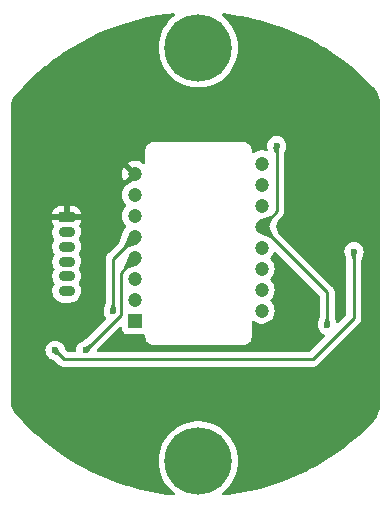
<source format=gbr>
G04 #@! TF.GenerationSoftware,KiCad,Pcbnew,7.0.5-0*
G04 #@! TF.CreationDate,2023-08-21T21:43:47+08:00*
G04 #@! TF.ProjectId,sensor,73656e73-6f72-42e6-9b69-6361645f7063,rev?*
G04 #@! TF.SameCoordinates,PX4d3f640PY69db9c0*
G04 #@! TF.FileFunction,Copper,L1,Top*
G04 #@! TF.FilePolarity,Positive*
%FSLAX46Y46*%
G04 Gerber Fmt 4.6, Leading zero omitted, Abs format (unit mm)*
G04 Created by KiCad (PCBNEW 7.0.5-0) date 2023-08-21 21:43:47*
%MOMM*%
%LPD*%
G01*
G04 APERTURE LIST*
G04 Aperture macros list*
%AMRoundRect*
0 Rectangle with rounded corners*
0 $1 Rounding radius*
0 $2 $3 $4 $5 $6 $7 $8 $9 X,Y pos of 4 corners*
0 Add a 4 corners polygon primitive as box body*
4,1,4,$2,$3,$4,$5,$6,$7,$8,$9,$2,$3,0*
0 Add four circle primitives for the rounded corners*
1,1,$1+$1,$2,$3*
1,1,$1+$1,$4,$5*
1,1,$1+$1,$6,$7*
1,1,$1+$1,$8,$9*
0 Add four rect primitives between the rounded corners*
20,1,$1+$1,$2,$3,$4,$5,0*
20,1,$1+$1,$4,$5,$6,$7,0*
20,1,$1+$1,$6,$7,$8,$9,0*
20,1,$1+$1,$8,$9,$2,$3,0*%
G04 Aperture macros list end*
G04 #@! TA.AperFunction,ComponentPad*
%ADD10C,5.700000*%
G04 #@! TD*
G04 #@! TA.AperFunction,ComponentPad*
%ADD11R,1.200000X1.200000*%
G04 #@! TD*
G04 #@! TA.AperFunction,ComponentPad*
%ADD12C,1.200000*%
G04 #@! TD*
G04 #@! TA.AperFunction,ComponentPad*
%ADD13RoundRect,0.225000X-0.475000X0.225000X-0.475000X-0.225000X0.475000X-0.225000X0.475000X0.225000X0*%
G04 #@! TD*
G04 #@! TA.AperFunction,ComponentPad*
%ADD14O,1.400000X0.900000*%
G04 #@! TD*
G04 #@! TA.AperFunction,ViaPad*
%ADD15C,0.600000*%
G04 #@! TD*
G04 #@! TA.AperFunction,Conductor*
%ADD16C,0.250000*%
G04 #@! TD*
G04 APERTURE END LIST*
D10*
X0Y-17500000D03*
X0Y17500000D03*
D11*
X-5350000Y-5660000D03*
D12*
X-5350000Y-3880000D03*
X-5350000Y-2100000D03*
X-5350000Y-320000D03*
X-5350000Y1460000D03*
X-5350000Y3240000D03*
X-5350000Y5020000D03*
X-5350000Y6800000D03*
X5350000Y7690000D03*
X5350000Y5910000D03*
X5350000Y4130000D03*
X5350000Y2350000D03*
X5350000Y570000D03*
X5350000Y-1210000D03*
X5350000Y-2990000D03*
X5350000Y-4770000D03*
D13*
X-11150000Y3125000D03*
D14*
X-11150000Y1875000D03*
X-11150000Y625000D03*
X-11150000Y-625000D03*
X-11150000Y-1875000D03*
X-11150000Y-3125000D03*
D15*
X-177200Y-10361200D03*
X-12274800Y13598200D03*
X12624400Y11940000D03*
X9322400Y7876000D03*
X13172700Y228600D03*
X-12129500Y-8126000D03*
X-7213000Y-4824000D03*
X-9529500Y-8126000D03*
X10911500Y-6010750D03*
X6630000Y9196800D03*
D16*
X13172700Y-5393300D02*
X9678000Y-8888000D01*
X-12129500Y-8126000D02*
X-11367500Y-8888000D01*
X-11367500Y-8888000D02*
X9678000Y-8888000D01*
X13172700Y228600D02*
X13172700Y-5393300D01*
X-5350000Y1460000D02*
X-7213000Y-403000D01*
X-7213000Y-403000D02*
X-7213000Y-4824000D01*
X-6578000Y-5174500D02*
X-9529500Y-8126000D01*
X-5350000Y-320000D02*
X-6578000Y-1548000D01*
X-6578000Y-1548000D02*
X-6578000Y-5174500D01*
X5350000Y2350000D02*
X10911500Y-3211500D01*
X10911500Y-3211500D02*
X10911500Y-6010750D01*
X6630000Y9196800D02*
X6630000Y3630000D01*
X6630000Y3630000D02*
X5350000Y2350000D01*
G04 #@! TA.AperFunction,Conductor*
G36*
X-2038641Y20396763D02*
G01*
X-1986782Y20348275D01*
X-1969370Y20279447D01*
X-1991934Y20212131D01*
X-2019028Y20183904D01*
X-2177428Y20063491D01*
X-2177455Y20063469D01*
X-2441838Y19813031D01*
X-2677607Y19535462D01*
X-2881983Y19234031D01*
X-2881985Y19234027D01*
X-3052570Y18912267D01*
X-3052574Y18912258D01*
X-3187368Y18573950D01*
X-3284800Y18223035D01*
X-3343716Y17863652D01*
X-3363433Y17500003D01*
X-3363433Y17499998D01*
X-3343716Y17136349D01*
X-3284800Y16776966D01*
X-3207783Y16499578D01*
X-3187368Y16426051D01*
X-3052569Y16087731D01*
X-2987503Y15965004D01*
X-2881985Y15765974D01*
X-2881983Y15765970D01*
X-2677607Y15464539D01*
X-2677608Y15464539D01*
X-2441838Y15186970D01*
X-2177455Y14936532D01*
X-2177440Y14936519D01*
X-1887515Y14716124D01*
X-1575460Y14528366D01*
X-1514993Y14500391D01*
X-1244947Y14375454D01*
X-1244935Y14375449D01*
X-899814Y14259164D01*
X-544143Y14180875D01*
X-182093Y14141500D01*
X-182085Y14141500D01*
X182085Y14141500D01*
X182093Y14141500D01*
X544143Y14180875D01*
X899814Y14259164D01*
X1244935Y14375449D01*
X1575460Y14528366D01*
X1887515Y14716124D01*
X2177440Y14936519D01*
X2441837Y15186969D01*
X2677606Y15464537D01*
X2881982Y15765969D01*
X3052569Y16087731D01*
X3187368Y16426051D01*
X3284798Y16776961D01*
X3343716Y17136349D01*
X3363433Y17500000D01*
X3343716Y17863651D01*
X3284798Y18223039D01*
X3187368Y18573949D01*
X3052569Y18912269D01*
X2881982Y19234031D01*
X2677606Y19535463D01*
X2615264Y19608857D01*
X2441837Y19813031D01*
X2177454Y20063469D01*
X2177439Y20063482D01*
X2135797Y20095137D01*
X2026974Y20177862D01*
X1984850Y20235009D01*
X1980309Y20305860D01*
X2014793Y20367919D01*
X2077355Y20401483D01*
X2116771Y20403438D01*
X2612878Y20349790D01*
X2615429Y20349459D01*
X3475799Y20219199D01*
X3478399Y20218748D01*
X4332400Y20052027D01*
X4334976Y20051466D01*
X5041033Y19882168D01*
X5181100Y19848583D01*
X5183687Y19847904D01*
X6020433Y19609218D01*
X6022949Y19608442D01*
X6741194Y19370092D01*
X6848776Y19334390D01*
X6851301Y19333492D01*
X7664744Y19024564D01*
X7667165Y19023585D01*
X8466749Y18680335D01*
X8469163Y18679237D01*
X9253370Y18302323D01*
X9255760Y18301111D01*
X9616702Y18108324D01*
X10023261Y17891172D01*
X10025567Y17889876D01*
X10400057Y17668888D01*
X10774920Y17447680D01*
X10777199Y17446269D01*
X11507076Y16972601D01*
X11509278Y16971105D01*
X11979714Y16636541D01*
X12218353Y16466826D01*
X12220503Y16465227D01*
X12907483Y15931255D01*
X12909546Y15929581D01*
X13573221Y15366858D01*
X13575211Y15365096D01*
X14116599Y14864964D01*
X14214327Y14774684D01*
X14216243Y14772838D01*
X14829503Y14155950D01*
X14832914Y14152231D01*
X14988361Y13968490D01*
X14993164Y13962015D01*
X15050403Y13873544D01*
X15122907Y13761478D01*
X15126838Y13754454D01*
X15229932Y13539004D01*
X15232940Y13531523D01*
X15307700Y13304693D01*
X15309729Y13296890D01*
X15354938Y13062371D01*
X15355955Y13054372D01*
X15370974Y12814388D01*
X15371097Y12810361D01*
X15371020Y12757373D01*
X15371100Y12756464D01*
X15371100Y-12756519D01*
X15371020Y-12757433D01*
X15371097Y-12809954D01*
X15370974Y-12813981D01*
X15355930Y-13054377D01*
X15354913Y-13062374D01*
X15309710Y-13296887D01*
X15307681Y-13304690D01*
X15232922Y-13531536D01*
X15229915Y-13539016D01*
X15126830Y-13754466D01*
X15122896Y-13761495D01*
X14993169Y-13962032D01*
X14988366Y-13968507D01*
X14833188Y-14151949D01*
X14829767Y-14155679D01*
X14216255Y-14772821D01*
X14214326Y-14774681D01*
X13575210Y-15365092D01*
X13573203Y-15366869D01*
X12909562Y-15929563D01*
X12907481Y-15931252D01*
X12220501Y-16465224D01*
X12218351Y-16466823D01*
X11509291Y-16971092D01*
X11507074Y-16972598D01*
X10777197Y-17446265D01*
X10774918Y-17447676D01*
X10025575Y-17889867D01*
X10023239Y-17891180D01*
X9255769Y-18301103D01*
X9253379Y-18302315D01*
X8469162Y-18679234D01*
X8466722Y-18680344D01*
X7667188Y-19023571D01*
X7664703Y-19024576D01*
X6851300Y-19333489D01*
X6848775Y-19334387D01*
X6022981Y-19608427D01*
X6020420Y-19609217D01*
X5183682Y-19847902D01*
X5181089Y-19848582D01*
X4334980Y-20051461D01*
X4332361Y-20052031D01*
X3478412Y-20218741D01*
X3475772Y-20219199D01*
X2965844Y-20296402D01*
X2615475Y-20349448D01*
X2612830Y-20349792D01*
X2116779Y-20403434D01*
X2046903Y-20390871D01*
X1994911Y-20342525D01*
X1977311Y-20273745D01*
X1999689Y-20206368D01*
X2026978Y-20177859D01*
X2177440Y-20063481D01*
X2190130Y-20051461D01*
X2232258Y-20011554D01*
X2441837Y-19813031D01*
X2677606Y-19535463D01*
X2881982Y-19234031D01*
X3052569Y-18912269D01*
X3187368Y-18573949D01*
X3284798Y-18223039D01*
X3343716Y-17863651D01*
X3363433Y-17500000D01*
X3343716Y-17136349D01*
X3284798Y-16776961D01*
X3187368Y-16426051D01*
X3052569Y-16087731D01*
X2881982Y-15765969D01*
X2677606Y-15464537D01*
X2626274Y-15404105D01*
X2441837Y-15186969D01*
X2177454Y-14936531D01*
X2177439Y-14936518D01*
X2013421Y-14811835D01*
X1887515Y-14716124D01*
X1575460Y-14528366D01*
X1575454Y-14528363D01*
X1244946Y-14375453D01*
X1244934Y-14375448D01*
X899823Y-14259167D01*
X899822Y-14259166D01*
X899814Y-14259164D01*
X899809Y-14259162D01*
X899806Y-14259162D01*
X544159Y-14180878D01*
X544146Y-14180875D01*
X544143Y-14180875D01*
X544140Y-14180874D01*
X544131Y-14180873D01*
X182100Y-14141500D01*
X182093Y-14141500D01*
X-182093Y-14141500D01*
X-182101Y-14141500D01*
X-544132Y-14180873D01*
X-544160Y-14180878D01*
X-899807Y-14259162D01*
X-899824Y-14259167D01*
X-1244935Y-14375448D01*
X-1244947Y-14375453D01*
X-1575455Y-14528363D01*
X-1575462Y-14528367D01*
X-1887513Y-14716122D01*
X-2177440Y-14936518D01*
X-2177455Y-14936531D01*
X-2441838Y-15186969D01*
X-2677607Y-15464538D01*
X-2881983Y-15765969D01*
X-2881985Y-15765973D01*
X-3052570Y-16087733D01*
X-3052574Y-16087742D01*
X-3187368Y-16426050D01*
X-3284800Y-16776965D01*
X-3343716Y-17136348D01*
X-3363433Y-17499997D01*
X-3363433Y-17500002D01*
X-3343716Y-17863651D01*
X-3284800Y-18223034D01*
X-3256075Y-18326490D01*
X-3187368Y-18573949D01*
X-3052569Y-18912269D01*
X-2982413Y-19044598D01*
X-2881985Y-19234026D01*
X-2881983Y-19234030D01*
X-2677607Y-19535461D01*
X-2677608Y-19535461D01*
X-2441838Y-19813030D01*
X-2177455Y-20063468D01*
X-2177440Y-20063481D01*
X-2019032Y-20183899D01*
X-1976907Y-20241047D01*
X-1972366Y-20311898D01*
X-2006850Y-20373957D01*
X-2069412Y-20407521D01*
X-2108488Y-20409512D01*
X-2607313Y-20356954D01*
X-2609972Y-20356617D01*
X-3470643Y-20228727D01*
X-3473285Y-20228276D01*
X-4327693Y-20063907D01*
X-4330313Y-20063345D01*
X-5176974Y-19862788D01*
X-5179568Y-19862115D01*
X-5909154Y-19656159D01*
X-6016940Y-19625732D01*
X-6019489Y-19624953D01*
X-6846060Y-19353169D01*
X-6848587Y-19352278D01*
X-7662839Y-19045595D01*
X-7665299Y-19044609D01*
X-8465801Y-18703564D01*
X-8468232Y-18702466D01*
X-9253489Y-18327696D01*
X-9255883Y-18326490D01*
X-9302536Y-18301736D01*
X-9667055Y-18108321D01*
X-10024465Y-17918678D01*
X-10026805Y-17917372D01*
X-10777366Y-17477235D01*
X-10779626Y-17475845D01*
X-11510810Y-17004175D01*
X-11513026Y-17002678D01*
X-12223487Y-16500341D01*
X-12225627Y-16498759D01*
X-12914055Y-15966685D01*
X-12916140Y-15965001D01*
X-13581352Y-15404105D01*
X-13583364Y-15402334D01*
X-13817782Y-15186969D01*
X-14224098Y-14813677D01*
X-14226018Y-14811835D01*
X-14632568Y-14405120D01*
X-14841162Y-14196441D01*
X-14843001Y-14194520D01*
X-14843834Y-14193613D01*
X-15124476Y-13887892D01*
X-15399054Y-13588777D01*
X-15408543Y-13576754D01*
X-15435153Y-13549217D01*
X-15437154Y-13547047D01*
X-15449133Y-13533428D01*
X-15572181Y-13387761D01*
X-15577176Y-13380976D01*
X-15684835Y-13212171D01*
X-15688881Y-13204780D01*
X-15773079Y-13023129D01*
X-15776101Y-13015274D01*
X-15835340Y-12824005D01*
X-15837280Y-12815852D01*
X-15870495Y-12618391D01*
X-15871334Y-12610013D01*
X-15877867Y-12411902D01*
X-15877901Y-12409825D01*
X-15877901Y-12402466D01*
X-15877866Y-12400424D01*
X-15876548Y-12361542D01*
X-15876550Y-12361538D01*
X-15876549Y-12361536D01*
X-15877277Y-12356393D01*
X-15877901Y-12347546D01*
X-15877900Y-8126000D01*
X-12943116Y-8126000D01*
X-12922717Y-8307047D01*
X-12922717Y-8307049D01*
X-12922716Y-8307050D01*
X-12862543Y-8479015D01*
X-12862542Y-8479018D01*
X-12765613Y-8633279D01*
X-12765612Y-8633281D01*
X-12636782Y-8762111D01*
X-12636780Y-8762112D01*
X-12541482Y-8821991D01*
X-12482515Y-8859043D01*
X-12482507Y-8859045D01*
X-12477315Y-8861546D01*
X-12468776Y-8865247D01*
X-12103415Y-9056155D01*
X-12072673Y-9078732D01*
X-11874746Y-9276658D01*
X-11864778Y-9289101D01*
X-11864550Y-9288913D01*
X-11859499Y-9295019D01*
X-11809129Y-9342319D01*
X-11807739Y-9343666D01*
X-11797935Y-9353470D01*
X-11787276Y-9364130D01*
X-11787272Y-9364133D01*
X-11787270Y-9364135D01*
X-11781718Y-9368442D01*
X-11777231Y-9372273D01*
X-11755648Y-9392541D01*
X-11742823Y-9404585D01*
X-11742821Y-9404586D01*
X-11725072Y-9414343D01*
X-11708547Y-9425198D01*
X-11692541Y-9437614D01*
X-11652351Y-9455005D01*
X-11649238Y-9456352D01*
X-11643917Y-9458958D01*
X-11602560Y-9481695D01*
X-11602552Y-9481697D01*
X-11582942Y-9486732D01*
X-11564233Y-9493137D01*
X-11545645Y-9501181D01*
X-11499023Y-9508564D01*
X-11493238Y-9509763D01*
X-11447530Y-9521500D01*
X-11427276Y-9521500D01*
X-11407566Y-9523051D01*
X-11405359Y-9523400D01*
X-11387557Y-9526220D01*
X-11353028Y-9522956D01*
X-11340583Y-9521780D01*
X-11334650Y-9521500D01*
X9594147Y-9521500D01*
X9609988Y-9523249D01*
X9610016Y-9522956D01*
X9617901Y-9523700D01*
X9617909Y-9523702D01*
X9679208Y-9521775D01*
X9686976Y-9521531D01*
X9688955Y-9521500D01*
X9717851Y-9521500D01*
X9717856Y-9521500D01*
X9724818Y-9520619D01*
X9730719Y-9520154D01*
X9777889Y-9518673D01*
X9797347Y-9513019D01*
X9816694Y-9509013D01*
X9836797Y-9506474D01*
X9880679Y-9489099D01*
X9886274Y-9487183D01*
X9914816Y-9478891D01*
X9931591Y-9474019D01*
X9931595Y-9474017D01*
X9949026Y-9463708D01*
X9966780Y-9455009D01*
X9985617Y-9447552D01*
X10023786Y-9419818D01*
X10028744Y-9416562D01*
X10069362Y-9392542D01*
X10083685Y-9378218D01*
X10098724Y-9365374D01*
X10115107Y-9353472D01*
X10145193Y-9317103D01*
X10149161Y-9312741D01*
X13561357Y-5900545D01*
X13573792Y-5890584D01*
X13573605Y-5890357D01*
X13579716Y-5885301D01*
X13579715Y-5885301D01*
X13579718Y-5885300D01*
X13627052Y-5834892D01*
X13628367Y-5833535D01*
X13648834Y-5813070D01*
X13653129Y-5807532D01*
X13656971Y-5803031D01*
X13689286Y-5768621D01*
X13699045Y-5750867D01*
X13709897Y-5734346D01*
X13722313Y-5718341D01*
X13741047Y-5675048D01*
X13743661Y-5669712D01*
X13766394Y-5628361D01*
X13766395Y-5628360D01*
X13771433Y-5608735D01*
X13777838Y-5590030D01*
X13785881Y-5571445D01*
X13793261Y-5524847D01*
X13794462Y-5519040D01*
X13806200Y-5473330D01*
X13806200Y-5453074D01*
X13807751Y-5433363D01*
X13810920Y-5413357D01*
X13808329Y-5385951D01*
X13806480Y-5366380D01*
X13806200Y-5360448D01*
X13806200Y-485267D01*
X13811974Y-447562D01*
X13822777Y-413115D01*
X13936640Y-50048D01*
X13945120Y-19796D01*
X13945120Y-19788D01*
X13945122Y-19784D01*
X13946136Y-14416D01*
X13946753Y-14532D01*
X13951181Y5443D01*
X13965917Y47553D01*
X13986316Y228600D01*
X13965917Y409647D01*
X13905743Y581615D01*
X13905741Y581618D01*
X13905741Y581619D01*
X13808812Y735880D01*
X13808811Y735882D01*
X13679981Y864712D01*
X13679979Y864713D01*
X13525718Y961642D01*
X13525715Y961643D01*
X13353750Y1021816D01*
X13353749Y1021817D01*
X13353747Y1021817D01*
X13172700Y1042216D01*
X12991653Y1021817D01*
X12991650Y1021817D01*
X12991649Y1021816D01*
X12819684Y961643D01*
X12819681Y961642D01*
X12665420Y864713D01*
X12665418Y864712D01*
X12536588Y735882D01*
X12536587Y735880D01*
X12439658Y581619D01*
X12439657Y581616D01*
X12386602Y429991D01*
X12379483Y409647D01*
X12376099Y379610D01*
X12359084Y228600D01*
X12379482Y47553D01*
X12400870Y-13570D01*
X12406308Y-34968D01*
X12408759Y-50050D01*
X12408761Y-50057D01*
X12464217Y-226885D01*
X12533424Y-447562D01*
X12533425Y-447563D01*
X12539199Y-485268D01*
X12539199Y-5078703D01*
X12519197Y-5146824D01*
X12502294Y-5167798D01*
X11885200Y-5784892D01*
X11822888Y-5818918D01*
X11752073Y-5813853D01*
X11695237Y-5771306D01*
X11675879Y-5733501D01*
X11550774Y-5334585D01*
X11545000Y-5296881D01*
X11545000Y-3295354D01*
X11546749Y-3279512D01*
X11546456Y-3279485D01*
X11547202Y-3271592D01*
X11545031Y-3202511D01*
X11545000Y-3200532D01*
X11545000Y-3171650D01*
X11545000Y-3171644D01*
X11544120Y-3164682D01*
X11543656Y-3158793D01*
X11542174Y-3111611D01*
X11536517Y-3092142D01*
X11532512Y-3072798D01*
X11529974Y-3052703D01*
X11512600Y-3008822D01*
X11510681Y-3003216D01*
X11506374Y-2988392D01*
X11497518Y-2957907D01*
X11487206Y-2940470D01*
X11478510Y-2922721D01*
X11471052Y-2903883D01*
X11443312Y-2865703D01*
X11440064Y-2860758D01*
X11416042Y-2820138D01*
X11401714Y-2805810D01*
X11388884Y-2790789D01*
X11376972Y-2774393D01*
X11376969Y-2774391D01*
X11376969Y-2774390D01*
X11340607Y-2744308D01*
X11336226Y-2740322D01*
X6750034Y1845871D01*
X6721604Y1889537D01*
X6561171Y2304574D01*
X6555268Y2375322D01*
X6561170Y2395424D01*
X6721605Y2810469D01*
X6750032Y2854130D01*
X7018657Y3122755D01*
X7031092Y3132716D01*
X7030905Y3132943D01*
X7037016Y3137999D01*
X7037015Y3137999D01*
X7037018Y3138000D01*
X7084352Y3188408D01*
X7085667Y3189765D01*
X7106134Y3210230D01*
X7110429Y3215768D01*
X7114271Y3220269D01*
X7146586Y3254679D01*
X7156345Y3272433D01*
X7167197Y3288954D01*
X7179613Y3304959D01*
X7198347Y3348252D01*
X7200961Y3353588D01*
X7211374Y3372530D01*
X7223695Y3394940D01*
X7228733Y3414565D01*
X7235138Y3433270D01*
X7243181Y3451855D01*
X7250563Y3498475D01*
X7251761Y3504256D01*
X7263500Y3549970D01*
X7263500Y3570231D01*
X7265051Y3589942D01*
X7268219Y3609943D01*
X7263778Y3656924D01*
X7263500Y3662821D01*
X7263500Y8482934D01*
X7269274Y8520638D01*
X7286320Y8574992D01*
X7393940Y8918152D01*
X7402420Y8948404D01*
X7402420Y8948412D01*
X7402422Y8948416D01*
X7403436Y8953784D01*
X7404053Y8953668D01*
X7408481Y8973643D01*
X7416964Y8997885D01*
X7423217Y9015753D01*
X7443616Y9196800D01*
X7423217Y9377847D01*
X7363043Y9549815D01*
X7363041Y9549818D01*
X7363041Y9549819D01*
X7266112Y9704080D01*
X7266111Y9704082D01*
X7137281Y9832912D01*
X7137279Y9832913D01*
X6983018Y9929842D01*
X6983015Y9929843D01*
X6811050Y9990016D01*
X6811049Y9990017D01*
X6811047Y9990017D01*
X6630000Y10010416D01*
X6448953Y9990017D01*
X6448950Y9990017D01*
X6448949Y9990016D01*
X6276984Y9929843D01*
X6276981Y9929842D01*
X6122720Y9832913D01*
X6122718Y9832912D01*
X5993888Y9704082D01*
X5993887Y9704080D01*
X5896958Y9549819D01*
X5896957Y9549816D01*
X5837181Y9378983D01*
X5836783Y9377847D01*
X5825132Y9274441D01*
X5816384Y9196800D01*
X5836782Y9015753D01*
X5858170Y8954630D01*
X5863608Y8933232D01*
X5866059Y8918150D01*
X5866061Y8918143D01*
X5873160Y8895508D01*
X5874460Y8824524D01*
X5837176Y8764105D01*
X5773146Y8733435D01*
X5707419Y8740311D01*
X5654658Y8760750D01*
X5654657Y8760751D01*
X5654655Y8760751D01*
X5452718Y8798500D01*
X5247282Y8798500D01*
X5126119Y8775851D01*
X5045343Y8760751D01*
X4896921Y8703252D01*
X4853782Y8686540D01*
X4853781Y8686540D01*
X4853780Y8686539D01*
X4853776Y8686537D01*
X4704078Y8593847D01*
X4635631Y8574992D01*
X4567855Y8596135D01*
X4522270Y8650564D01*
X4511747Y8700974D01*
X4511747Y8739862D01*
X4511751Y8739913D01*
X4511750Y8751899D01*
X4511751Y8751901D01*
X4511747Y8796071D01*
X4511747Y8798500D01*
X4511747Y8820721D01*
X4511747Y8829089D01*
X4511743Y8829141D01*
X4511741Y8869980D01*
X4511741Y8869984D01*
X4482891Y9014969D01*
X4426314Y9151541D01*
X4344183Y9274453D01*
X4344182Y9274454D01*
X4344176Y9274461D01*
X4239660Y9378977D01*
X4239653Y9378983D01*
X4116741Y9461114D01*
X4116739Y9461115D01*
X4116740Y9461115D01*
X4020188Y9501113D01*
X3980169Y9517691D01*
X3980167Y9517692D01*
X3980166Y9517692D01*
X3835191Y9546540D01*
X3835187Y9546541D01*
X3835184Y9546541D01*
X3835144Y9546542D01*
X3789644Y9546545D01*
X3789594Y9546547D01*
X3785921Y9546547D01*
X3761276Y9546547D01*
X3706123Y9546552D01*
X3706067Y9546547D01*
X-3765590Y9546547D01*
X-3767448Y9546457D01*
X-3812636Y9546461D01*
X-3812645Y9546460D01*
X-3957633Y9517634D01*
X-4094209Y9461077D01*
X-4217136Y9378957D01*
X-4321671Y9274440D01*
X-4321672Y9274439D01*
X-4403808Y9151537D01*
X-4403811Y9151531D01*
X-4460392Y9014973D01*
X-4489246Y8869987D01*
X-4489246Y8869983D01*
X-4489251Y8823916D01*
X-4489253Y8823855D01*
X-4489253Y8796076D01*
X-4489258Y8739913D01*
X-4489253Y8739862D01*
X-4489253Y7796459D01*
X-4509255Y7728338D01*
X-4562911Y7681845D01*
X-4633185Y7671741D01*
X-4681583Y7689331D01*
X-4854005Y7796090D01*
X-4854012Y7796093D01*
X-5045475Y7870267D01*
X-5045478Y7870268D01*
X-5247331Y7908000D01*
X-5452669Y7908000D01*
X-5654523Y7870268D01*
X-5654526Y7870267D01*
X-5845988Y7796093D01*
X-5846000Y7796087D01*
X-5933006Y7742216D01*
X-5340790Y7150000D01*
X-5379005Y7150000D01*
X-5465216Y7135614D01*
X-5567947Y7080019D01*
X-5647060Y6994079D01*
X-5693982Y6887108D01*
X-5703628Y6770698D01*
X-5674953Y6657462D01*
X-5611064Y6559673D01*
X-5518885Y6487928D01*
X-5408405Y6450000D01*
X-5340789Y6450000D01*
X-5709944Y6080846D01*
X-5753522Y6052451D01*
X-5846214Y6016542D01*
X-5846224Y6016537D01*
X-6020884Y5908392D01*
X-6172703Y5769991D01*
X-6296503Y5606051D01*
X-6296507Y5606046D01*
X-6388071Y5422161D01*
X-6388077Y5422145D01*
X-6444294Y5224563D01*
X-6463249Y5020000D01*
X-6444294Y4815438D01*
X-6388077Y4617856D01*
X-6388071Y4617840D01*
X-6296507Y4433955D01*
X-6296503Y4433950D01*
X-6172702Y4270010D01*
X-6121262Y4223115D01*
X-6084396Y4162440D01*
X-6086185Y4091466D01*
X-6121262Y4036885D01*
X-6172702Y3989991D01*
X-6296503Y3826051D01*
X-6296507Y3826046D01*
X-6388071Y3642161D01*
X-6388077Y3642145D01*
X-6444294Y3444563D01*
X-6463249Y3240000D01*
X-6444294Y3035438D01*
X-6388077Y2837856D01*
X-6388071Y2837840D01*
X-6296507Y2653955D01*
X-6296503Y2653950D01*
X-6172702Y2490010D01*
X-6121262Y2443115D01*
X-6084396Y2382440D01*
X-6086185Y2311466D01*
X-6121262Y2256885D01*
X-6172702Y2209991D01*
X-6296503Y2046051D01*
X-6296504Y2046049D01*
X-6384715Y1868901D01*
X-6386171Y1866150D01*
X-6387600Y1863604D01*
X-6387606Y1863592D01*
X-6721607Y999536D01*
X-6750037Y955869D01*
X-7601667Y104240D01*
X-7614099Y94279D01*
X-7613911Y94052D01*
X-7620021Y88998D01*
X-7667306Y38645D01*
X-7668681Y37226D01*
X-7689137Y16769D01*
X-7693440Y11223D01*
X-7697286Y6721D01*
X-7729583Y-27674D01*
X-7729589Y-27683D01*
X-7739349Y-45435D01*
X-7750197Y-61950D01*
X-7762614Y-77958D01*
X-7781355Y-121264D01*
X-7783966Y-126594D01*
X-7806695Y-167939D01*
X-7806697Y-167944D01*
X-7811733Y-187559D01*
X-7818136Y-206262D01*
X-7826181Y-224852D01*
X-7833563Y-271456D01*
X-7834767Y-277268D01*
X-7846500Y-322968D01*
X-7846500Y-343223D01*
X-7848051Y-362933D01*
X-7851220Y-382942D01*
X-7851220Y-382943D01*
X-7846780Y-429917D01*
X-7846500Y-435850D01*
X-7846500Y-4110128D01*
X-7852274Y-4147833D01*
X-7976939Y-4545342D01*
X-7985423Y-4575605D01*
X-7986437Y-4580979D01*
X-7987050Y-4580863D01*
X-7991482Y-4600839D01*
X-8006218Y-4642952D01*
X-8020532Y-4770000D01*
X-8026616Y-4824000D01*
X-8006217Y-5005047D01*
X-8006217Y-5005049D01*
X-8006216Y-5005050D01*
X-7946043Y-5177015D01*
X-7946042Y-5177018D01*
X-7849113Y-5331279D01*
X-7849112Y-5331281D01*
X-7828995Y-5351398D01*
X-7794969Y-5413710D01*
X-7800034Y-5484525D01*
X-7828995Y-5529588D01*
X-9472669Y-7173262D01*
X-9503412Y-7195841D01*
X-9868773Y-7386749D01*
X-9877350Y-7390468D01*
X-9882516Y-7392956D01*
X-10036780Y-7489887D01*
X-10036782Y-7489888D01*
X-10165612Y-7618718D01*
X-10165613Y-7618720D01*
X-10262542Y-7772981D01*
X-10262543Y-7772984D01*
X-10265993Y-7782845D01*
X-10322717Y-7944953D01*
X-10338250Y-8082812D01*
X-10343116Y-8126002D01*
X-10343116Y-8128500D01*
X-10343573Y-8130054D01*
X-10343908Y-8133032D01*
X-10344430Y-8132973D01*
X-10363118Y-8196621D01*
X-10416774Y-8243114D01*
X-10469116Y-8254500D01*
X-11052906Y-8254500D01*
X-11121027Y-8234498D01*
X-11142001Y-8217595D01*
X-11176764Y-8182832D01*
X-11199343Y-8152089D01*
X-11390255Y-7786718D01*
X-11393946Y-7778202D01*
X-11396454Y-7772995D01*
X-11396457Y-7772985D01*
X-11493389Y-7618719D01*
X-11493390Y-7618718D01*
X-11493391Y-7618716D01*
X-11622219Y-7489888D01*
X-11622221Y-7489887D01*
X-11776482Y-7392958D01*
X-11776485Y-7392957D01*
X-11948450Y-7332784D01*
X-11948451Y-7332783D01*
X-11948453Y-7332783D01*
X-12129500Y-7312384D01*
X-12310547Y-7332783D01*
X-12310550Y-7332783D01*
X-12310551Y-7332784D01*
X-12482516Y-7392957D01*
X-12482519Y-7392958D01*
X-12636780Y-7489887D01*
X-12636782Y-7489888D01*
X-12765612Y-7618718D01*
X-12765613Y-7618720D01*
X-12862542Y-7772981D01*
X-12862543Y-7772984D01*
X-12865993Y-7782845D01*
X-12922717Y-7944953D01*
X-12943116Y-8126000D01*
X-15877900Y-8126000D01*
X-15877900Y-6165998D01*
X-15877900Y-3173797D01*
X-12362207Y-3173797D01*
X-12332688Y-3366485D01*
X-12332687Y-3366489D01*
X-12264983Y-3549295D01*
X-12264982Y-3549297D01*
X-12211796Y-3634625D01*
X-12161867Y-3714729D01*
X-12027560Y-3856020D01*
X-12027557Y-3856022D01*
X-12027556Y-3856023D01*
X-11867563Y-3967382D01*
X-11867562Y-3967382D01*
X-11867561Y-3967383D01*
X-11688419Y-4044259D01*
X-11497470Y-4083500D01*
X-11497468Y-4083500D01*
X-10851393Y-4083500D01*
X-10851392Y-4083500D01*
X-10851391Y-4083499D01*
X-10851374Y-4083499D01*
X-10706068Y-4068722D01*
X-10706068Y-4068721D01*
X-10706060Y-4068721D01*
X-10520061Y-4010363D01*
X-10349616Y-3915759D01*
X-10201703Y-3788780D01*
X-10082380Y-3634627D01*
X-9996529Y-3459609D01*
X-9947667Y-3270892D01*
X-9947667Y-3270886D01*
X-9947666Y-3270884D01*
X-9937794Y-3076202D01*
X-9948114Y-3008837D01*
X-9967313Y-2883511D01*
X-10035017Y-2700705D01*
X-10118890Y-2566143D01*
X-10137948Y-2497757D01*
X-10117007Y-2429919D01*
X-10111610Y-2422388D01*
X-10082380Y-2384627D01*
X-9996529Y-2209609D01*
X-9947667Y-2020892D01*
X-9947667Y-2020886D01*
X-9947666Y-2020884D01*
X-9937794Y-1826202D01*
X-9967313Y-1633514D01*
X-9967313Y-1633511D01*
X-10035017Y-1450705D01*
X-10118890Y-1316143D01*
X-10137948Y-1247757D01*
X-10117007Y-1179919D01*
X-10111610Y-1172388D01*
X-10082380Y-1134627D01*
X-9996529Y-959609D01*
X-9947667Y-770892D01*
X-9947667Y-770886D01*
X-9947666Y-770884D01*
X-9937794Y-576202D01*
X-9967313Y-383511D01*
X-10035017Y-200705D01*
X-10118890Y-66143D01*
X-10137948Y2243D01*
X-10117007Y70081D01*
X-10111610Y77612D01*
X-10082380Y115373D01*
X-9996529Y290391D01*
X-9947667Y479108D01*
X-9947667Y479114D01*
X-9947666Y479116D01*
X-9937794Y673798D01*
X-9947305Y735882D01*
X-9967313Y866489D01*
X-10035017Y1049295D01*
X-10118890Y1183857D01*
X-10137948Y1252243D01*
X-10117007Y1320081D01*
X-10111610Y1327612D01*
X-10082380Y1365373D01*
X-9996529Y1540391D01*
X-9947667Y1729108D01*
X-9947667Y1729114D01*
X-9947666Y1729116D01*
X-9937794Y1923798D01*
X-9956522Y2046050D01*
X-9967313Y2116489D01*
X-10035017Y2299295D01*
X-10068724Y2353373D01*
X-10087782Y2421760D01*
X-10069035Y2486167D01*
X-10006153Y2588116D01*
X-9952258Y2750759D01*
X-9952256Y2750771D01*
X-9942001Y2851148D01*
X-9942000Y2851148D01*
X-9942000Y2871000D01*
X-10990349Y2871000D01*
X-10944390Y2899457D01*
X-10876799Y2988962D01*
X-10846105Y3096840D01*
X-10856454Y3208521D01*
X-10906448Y3308922D01*
X-10989334Y3384484D01*
X-11093920Y3425000D01*
X-11177802Y3425000D01*
X-11260250Y3409588D01*
X-11355610Y3350543D01*
X-11423201Y3261038D01*
X-11453895Y3153160D01*
X-11443546Y3041479D01*
X-11393552Y2941078D01*
X-11316682Y2871000D01*
X-12358000Y2871000D01*
X-12358000Y2851148D01*
X-12347745Y2750771D01*
X-12347743Y2750759D01*
X-12293847Y2588115D01*
X-12293846Y2588112D01*
X-12232300Y2488329D01*
X-12213563Y2419850D01*
X-12226417Y2366694D01*
X-12256889Y2304572D01*
X-12303471Y2209609D01*
X-12327581Y2116491D01*
X-12352334Y2020888D01*
X-12352335Y2020885D01*
X-12362207Y1826203D01*
X-12347333Y1729113D01*
X-12332687Y1633511D01*
X-12264983Y1450705D01*
X-12181112Y1316146D01*
X-12162053Y1247757D01*
X-12182994Y1179919D01*
X-12188402Y1172374D01*
X-12217622Y1134625D01*
X-12303470Y959612D01*
X-12303471Y959609D01*
X-12352334Y770888D01*
X-12352335Y770885D01*
X-12362207Y576203D01*
X-12336691Y409647D01*
X-12332687Y383511D01*
X-12264983Y200705D01*
X-12181112Y66146D01*
X-12162053Y-2243D01*
X-12182994Y-70081D01*
X-12188402Y-77626D01*
X-12217622Y-115375D01*
X-12272320Y-226885D01*
X-12303471Y-290391D01*
X-12340362Y-432875D01*
X-12352334Y-479112D01*
X-12352335Y-479115D01*
X-12362207Y-673797D01*
X-12332688Y-866485D01*
X-12332687Y-866489D01*
X-12264983Y-1049295D01*
X-12181112Y-1183854D01*
X-12162053Y-1252243D01*
X-12182994Y-1320081D01*
X-12188402Y-1327626D01*
X-12217622Y-1365375D01*
X-12303470Y-1540388D01*
X-12303471Y-1540391D01*
X-12352334Y-1729112D01*
X-12352335Y-1729115D01*
X-12362207Y-1923797D01*
X-12335213Y-2100000D01*
X-12332687Y-2116489D01*
X-12264983Y-2299295D01*
X-12181112Y-2433854D01*
X-12162053Y-2502243D01*
X-12182994Y-2570081D01*
X-12188402Y-2577626D01*
X-12217622Y-2615375D01*
X-12303470Y-2790388D01*
X-12303471Y-2790391D01*
X-12352334Y-2979112D01*
X-12352335Y-2979115D01*
X-12362207Y-3173797D01*
X-15877900Y-3173797D01*
X-15877900Y24674D01*
X-15877900Y3379000D01*
X-12358000Y3379000D01*
X-11404000Y3379000D01*
X-11404000Y4083000D01*
X-10896000Y4083000D01*
X-10896000Y3379000D01*
X-9942000Y3379000D01*
X-9942000Y3398853D01*
X-9952256Y3499230D01*
X-9952258Y3499242D01*
X-10006153Y3661885D01*
X-10096110Y3807729D01*
X-10096115Y3807735D01*
X-10217266Y3928886D01*
X-10217272Y3928891D01*
X-10363116Y4018848D01*
X-10525759Y4072743D01*
X-10525771Y4072745D01*
X-10626148Y4083000D01*
X-10896000Y4083000D01*
X-11404000Y4083000D01*
X-11673853Y4083000D01*
X-11774230Y4072745D01*
X-11774242Y4072743D01*
X-11936885Y4018848D01*
X-12082729Y3928891D01*
X-12082735Y3928886D01*
X-12203886Y3807735D01*
X-12203891Y3807729D01*
X-12293848Y3661885D01*
X-12347743Y3499242D01*
X-12347745Y3499230D01*
X-12358000Y3398853D01*
X-12358000Y3379000D01*
X-15877900Y3379000D01*
X-15877900Y6799996D01*
X-6462747Y6799996D01*
X-6443801Y6595539D01*
X-6443801Y6595535D01*
X-6387609Y6398038D01*
X-6387606Y6398030D01*
X-6296075Y6214211D01*
X-6295614Y6213600D01*
X-6295613Y6213600D01*
X-5709211Y6800001D01*
X-6295613Y7386403D01*
X-6295614Y7386403D01*
X-6296074Y7385792D01*
X-6387606Y7201971D01*
X-6387609Y7201963D01*
X-6443801Y7004466D01*
X-6443801Y7004462D01*
X-6462747Y6800005D01*
X-6462747Y6799996D01*
X-15877900Y6799996D01*
X-15877901Y12347552D01*
X-15877277Y12356402D01*
X-15876550Y12361538D01*
X-15876548Y12361542D01*
X-15877866Y12400425D01*
X-15877901Y12402468D01*
X-15877901Y12408987D01*
X-15877867Y12411056D01*
X-15871306Y12610011D01*
X-15870466Y12618394D01*
X-15837253Y12815843D01*
X-15835312Y12824002D01*
X-15776073Y13015268D01*
X-15773051Y13023123D01*
X-15753242Y13065862D01*
X-15688852Y13204778D01*
X-15684819Y13212146D01*
X-15577151Y13380964D01*
X-15572162Y13387740D01*
X-15548287Y13416004D01*
X-15448524Y13534106D01*
X-15447869Y13534867D01*
X-15437149Y13547055D01*
X-15435160Y13549211D01*
X-15408561Y13576736D01*
X-15399046Y13588792D01*
X-14842975Y14194554D01*
X-14841164Y14196444D01*
X-14226011Y14811848D01*
X-14224125Y14813658D01*
X-13583319Y15402382D01*
X-13581383Y15404085D01*
X-12956168Y15931255D01*
X-12916142Y15965004D01*
X-12914084Y15966667D01*
X-12225599Y16498785D01*
X-12223489Y16500344D01*
X-12080834Y16601209D01*
X-11512988Y17002709D01*
X-11510845Y17004156D01*
X-10779594Y17475870D01*
X-10777400Y17477219D01*
X-10026787Y17917387D01*
X-10024490Y17918669D01*
X-9255809Y18326533D01*
X-9253520Y18327685D01*
X-8468230Y18702471D01*
X-8465823Y18703559D01*
X-7665301Y19044613D01*
X-7662855Y19045594D01*
X-6848580Y19352285D01*
X-6846061Y19353173D01*
X-6019464Y19624965D01*
X-6016984Y19625722D01*
X-5179543Y19862125D01*
X-5177003Y19862784D01*
X-4330295Y20063354D01*
X-4327714Y20063907D01*
X-3473268Y20228283D01*
X-3470669Y20228727D01*
X-2609967Y20356622D01*
X-2607337Y20356955D01*
X-2108481Y20409517D01*
X-2038641Y20396763D01*
G37*
G04 #@! TD.AperFunction*
G04 #@! TA.AperFunction,NonConductor*
G36*
X6566772Y230720D02*
G01*
X6594104Y209991D01*
X10241095Y-3436999D01*
X10275121Y-3499311D01*
X10278000Y-3526094D01*
X10278000Y-5296878D01*
X10272226Y-5334583D01*
X10147561Y-5732092D01*
X10139077Y-5762355D01*
X10138063Y-5767729D01*
X10137450Y-5767613D01*
X10133018Y-5787589D01*
X10118282Y-5829702D01*
X10111423Y-5890584D01*
X10097884Y-6010750D01*
X10118283Y-6191797D01*
X10118283Y-6191799D01*
X10118284Y-6191800D01*
X10178457Y-6363765D01*
X10178458Y-6363768D01*
X10275387Y-6518029D01*
X10275388Y-6518031D01*
X10404218Y-6646861D01*
X10404220Y-6646862D01*
X10558480Y-6743790D01*
X10558485Y-6743793D01*
X10641686Y-6772906D01*
X10699375Y-6814282D01*
X10725538Y-6880283D01*
X10711866Y-6949950D01*
X10689164Y-6980929D01*
X9452498Y-8217596D01*
X9390188Y-8251620D01*
X9363405Y-8254500D01*
X-8457907Y-8254500D01*
X-8526028Y-8234498D01*
X-8572521Y-8180842D01*
X-8582625Y-8110568D01*
X-8553131Y-8045988D01*
X-8547002Y-8039405D01*
X-7535442Y-7027845D01*
X-6673594Y-6165996D01*
X-6611283Y-6131972D01*
X-6540468Y-6137037D01*
X-6483632Y-6179584D01*
X-6458821Y-6246104D01*
X-6458500Y-6255093D01*
X-6458500Y-6308649D01*
X-6451991Y-6369196D01*
X-6451989Y-6369204D01*
X-6400890Y-6506202D01*
X-6400888Y-6506207D01*
X-6313262Y-6623261D01*
X-6196208Y-6710887D01*
X-6196206Y-6710888D01*
X-6196204Y-6710889D01*
X-6137125Y-6732924D01*
X-6059205Y-6761988D01*
X-6059197Y-6761990D01*
X-5998650Y-6768499D01*
X-5998645Y-6768499D01*
X-5998638Y-6768500D01*
X-5998632Y-6768500D01*
X-4701368Y-6768500D01*
X-4701362Y-6768500D01*
X-4701355Y-6768499D01*
X-4701351Y-6768499D01*
X-4632961Y-6761147D01*
X-4632717Y-6763421D01*
X-4573363Y-6766589D01*
X-4515767Y-6808101D01*
X-4489757Y-6874162D01*
X-4489253Y-6885422D01*
X-4489253Y-6953925D01*
X-4489260Y-7027846D01*
X-4489260Y-7027851D01*
X-4489259Y-7027851D01*
X-4460426Y-7172857D01*
X-4460425Y-7172859D01*
X-4403855Y-7309449D01*
X-4403853Y-7309452D01*
X-4321722Y-7432378D01*
X-4217179Y-7536921D01*
X-4124574Y-7598793D01*
X-4094249Y-7619055D01*
X-3957657Y-7675626D01*
X-3812651Y-7704459D01*
X-3812648Y-7704458D01*
X-3812647Y-7704459D01*
X-3738725Y-7704453D01*
X3706067Y-7704453D01*
X3706123Y-7704457D01*
X3708951Y-7704457D01*
X3709274Y-7704551D01*
X3761271Y-7704546D01*
X3761271Y-7704547D01*
X3835193Y-7704540D01*
X3980194Y-7675684D01*
X4116780Y-7619093D01*
X4239701Y-7536943D01*
X4344233Y-7432391D01*
X4426360Y-7309455D01*
X4482925Y-7172859D01*
X4511754Y-7027852D01*
X4511747Y-6953929D01*
X4511747Y-6953928D01*
X4511747Y-5780973D01*
X4531749Y-5712852D01*
X4585405Y-5666359D01*
X4655679Y-5656255D01*
X4704075Y-5673845D01*
X4853782Y-5766540D01*
X5045345Y-5840751D01*
X5247282Y-5878500D01*
X5247285Y-5878500D01*
X5452715Y-5878500D01*
X5452718Y-5878500D01*
X5654655Y-5840751D01*
X5846218Y-5766540D01*
X6020882Y-5658392D01*
X6172701Y-5519991D01*
X6296503Y-5356050D01*
X6296504Y-5356046D01*
X6296506Y-5356045D01*
X6388070Y-5172160D01*
X6388069Y-5172160D01*
X6388074Y-5172152D01*
X6444294Y-4974559D01*
X6463249Y-4770000D01*
X6444294Y-4565441D01*
X6388074Y-4367848D01*
X6388070Y-4367839D01*
X6296506Y-4183954D01*
X6296502Y-4183949D01*
X6255325Y-4129422D01*
X6209487Y-4068722D01*
X6172699Y-4020006D01*
X6121262Y-3973115D01*
X6084395Y-3912441D01*
X6086184Y-3841467D01*
X6121262Y-3786885D01*
X6172699Y-3739993D01*
X6172701Y-3739991D01*
X6296503Y-3576050D01*
X6296504Y-3576046D01*
X6296506Y-3576045D01*
X6388070Y-3392160D01*
X6388069Y-3392160D01*
X6388074Y-3392152D01*
X6444294Y-3194559D01*
X6463249Y-2990000D01*
X6444294Y-2785441D01*
X6388074Y-2587848D01*
X6388070Y-2587839D01*
X6296506Y-2403954D01*
X6296502Y-2403949D01*
X6172699Y-2240006D01*
X6121262Y-2193115D01*
X6084395Y-2132441D01*
X6086184Y-2061467D01*
X6121262Y-2006885D01*
X6172699Y-1959993D01*
X6172701Y-1959991D01*
X6296503Y-1796050D01*
X6296504Y-1796046D01*
X6296506Y-1796045D01*
X6388070Y-1612160D01*
X6388069Y-1612160D01*
X6388074Y-1612152D01*
X6444294Y-1414559D01*
X6463249Y-1210000D01*
X6444294Y-1005441D01*
X6431253Y-959608D01*
X6388076Y-807855D01*
X6388075Y-807854D01*
X6388074Y-807848D01*
X6388070Y-807839D01*
X6296506Y-623954D01*
X6296502Y-623949D01*
X6260445Y-576202D01*
X6187124Y-479108D01*
X6172699Y-460006D01*
X6121262Y-413115D01*
X6084395Y-352441D01*
X6086184Y-281467D01*
X6121262Y-226885D01*
X6172699Y-179993D01*
X6181802Y-167939D01*
X6296503Y-16050D01*
X6296504Y-16046D01*
X6296506Y-16045D01*
X6390671Y173062D01*
X6392088Y172357D01*
X6430767Y222700D01*
X6497592Y246678D01*
X6566772Y230720D01*
G37*
G04 #@! TD.AperFunction*
G04 #@! TA.AperFunction,Conductor*
G36*
X-11853253Y-8015275D02*
G01*
X-11847395Y-8020652D01*
X-11647526Y-8403164D01*
X-11620827Y-8454259D01*
X-11620033Y-8463178D01*
X-11622924Y-8467950D01*
X-11787550Y-8632576D01*
X-11795823Y-8636003D01*
X-11801240Y-8634673D01*
X-12234848Y-8408105D01*
X-12240593Y-8401237D01*
X-12240253Y-8393293D01*
X-12132064Y-8129814D01*
X-12125754Y-8123464D01*
X-11862207Y-8015248D01*
X-11853253Y-8015275D01*
G37*
G04 #@! TD.AperFunction*
G04 #@! TA.AperFunction,Conductor*
G36*
X13177184Y227727D02*
G01*
X13440018Y117909D01*
X13446329Y111558D01*
X13446670Y103613D01*
X13300271Y-363201D01*
X13294525Y-370070D01*
X13289107Y-371400D01*
X13056293Y-371400D01*
X13048020Y-367973D01*
X13045129Y-363201D01*
X12898729Y103613D01*
X12899523Y112532D01*
X12905379Y117908D01*
X13168190Y227717D01*
X13177143Y227743D01*
X13177184Y227727D01*
G37*
G04 #@! TD.AperFunction*
G04 #@! TA.AperFunction,Conductor*
G36*
X-5893289Y1685058D02*
G01*
X-5353793Y1462563D01*
X-5347452Y1456241D01*
X-5347438Y1456208D01*
X-5124952Y916733D01*
X-5124966Y907778D01*
X-5131307Y901456D01*
X-5131550Y901359D01*
X-6103035Y525831D01*
X-6111987Y526044D01*
X-6115526Y528471D01*
X-6281530Y694475D01*
X-6284957Y702748D01*
X-6284170Y706966D01*
X-6209027Y901359D01*
X-5908642Y1678452D01*
X-5902463Y1684933D01*
X-5893511Y1685146D01*
X-5893289Y1685058D01*
G37*
G04 #@! TD.AperFunction*
G04 #@! TA.AperFunction,Conductor*
G36*
X-7088320Y-4227427D02*
G01*
X-7085429Y-4232199D01*
X-6939030Y-4699012D01*
X-6939824Y-4707931D01*
X-6945683Y-4713309D01*
X-7208489Y-4823115D01*
X-7217444Y-4823142D01*
X-7217511Y-4823115D01*
X-7480318Y-4713309D01*
X-7486630Y-4706957D01*
X-7486971Y-4699013D01*
X-7340572Y-4232199D01*
X-7334825Y-4225330D01*
X-7329407Y-4224000D01*
X-7096593Y-4224000D01*
X-7088320Y-4227427D01*
G37*
G04 #@! TD.AperFunction*
G04 #@! TA.AperFunction,Conductor*
G36*
X-9187550Y-7619423D02*
G01*
X-9022924Y-7784049D01*
X-9019497Y-7792322D01*
X-9020827Y-7797740D01*
X-9247394Y-8231346D01*
X-9254263Y-8237092D01*
X-9262208Y-8236751D01*
X-9525685Y-8128563D01*
X-9532037Y-8122251D01*
X-9532064Y-8122184D01*
X-9640252Y-7858707D01*
X-9640225Y-7849752D01*
X-9634849Y-7843894D01*
X-9201238Y-7617325D01*
X-9192322Y-7616532D01*
X-9187550Y-7619423D01*
G37*
G04 #@! TD.AperFunction*
G04 #@! TA.AperFunction,Conductor*
G36*
X-5893289Y-94942D02*
G01*
X-5353793Y-317437D01*
X-5347452Y-323759D01*
X-5347438Y-323792D01*
X-5124952Y-863267D01*
X-5124966Y-872222D01*
X-5131307Y-878544D01*
X-5131550Y-878641D01*
X-6103035Y-1254169D01*
X-6111987Y-1253956D01*
X-6115526Y-1251529D01*
X-6281530Y-1085525D01*
X-6284957Y-1077252D01*
X-6284170Y-1073034D01*
X-6209027Y-878641D01*
X-5908642Y-101548D01*
X-5902463Y-95067D01*
X-5893511Y-94854D01*
X-5893289Y-94942D01*
G37*
G04 #@! TD.AperFunction*
G04 #@! TA.AperFunction,Conductor*
G36*
X5902222Y2575035D02*
G01*
X5908544Y2568694D01*
X5908641Y2568451D01*
X6284169Y1596966D01*
X6283956Y1588014D01*
X6281529Y1584475D01*
X6115525Y1418471D01*
X6107252Y1415044D01*
X6103034Y1415831D01*
X5131549Y1791359D01*
X5125067Y1797538D01*
X5124854Y1806490D01*
X5124930Y1806682D01*
X5347437Y2346209D01*
X5353759Y2352549D01*
X5893268Y2575049D01*
X5902222Y2575035D01*
G37*
G04 #@! TD.AperFunction*
G04 #@! TA.AperFunction,Conductor*
G36*
X11036180Y-5414177D02*
G01*
X11039071Y-5418949D01*
X11185470Y-5885762D01*
X11184676Y-5894681D01*
X11178817Y-5900059D01*
X10916011Y-6009865D01*
X10907056Y-6009892D01*
X10906989Y-6009865D01*
X10644182Y-5900059D01*
X10637870Y-5893707D01*
X10637529Y-5885763D01*
X10783928Y-5418949D01*
X10789675Y-5412080D01*
X10795093Y-5410750D01*
X11027907Y-5410750D01*
X11036180Y-5414177D01*
G37*
G04 #@! TD.AperFunction*
G04 #@! TA.AperFunction,Conductor*
G36*
X6897318Y9086109D02*
G01*
X6903629Y9079758D01*
X6903970Y9071813D01*
X6757571Y8604999D01*
X6751825Y8598130D01*
X6746407Y8596800D01*
X6513593Y8596800D01*
X6505320Y8600227D01*
X6502429Y8604999D01*
X6356029Y9071813D01*
X6356823Y9080732D01*
X6362679Y9086108D01*
X6625490Y9195917D01*
X6634444Y9195943D01*
X6897318Y9086109D01*
G37*
G04 #@! TD.AperFunction*
G04 #@! TA.AperFunction,Conductor*
G36*
X6111986Y3283957D02*
G01*
X6115525Y3281530D01*
X6281529Y3115526D01*
X6284956Y3107253D01*
X6284169Y3103035D01*
X5908641Y2131550D01*
X5902462Y2125068D01*
X5893510Y2124855D01*
X5893267Y2124952D01*
X5353792Y2347438D01*
X5347451Y2353760D01*
X5347437Y2353793D01*
X5124951Y2893268D01*
X5124965Y2902223D01*
X5131306Y2908545D01*
X5131510Y2908627D01*
X6103035Y3284170D01*
X6111986Y3283957D01*
G37*
G04 #@! TD.AperFunction*
M02*

</source>
